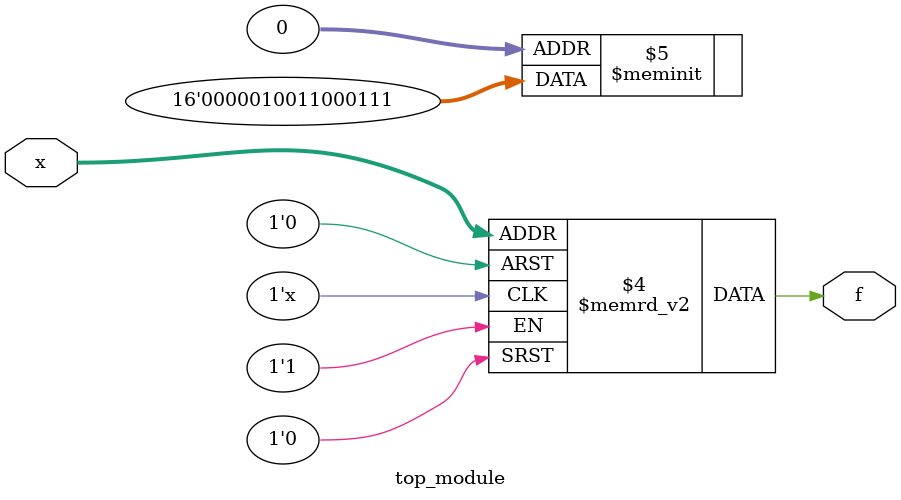
<source format=sv>
module top_module (
    input [4:1] x,
    output logic f
);

always_comb begin
    case (x[4:1])
        4'b0000: f = 1'b1;
        4'b0001: f = 1'b1;
        4'b0011: f = 1'b0;
        4'b0010: f = 1'b1;
        4'b0110: f = 1'b1;
        4'b0111: f = 1'b1;
        4'b1011: f = 1'b0;
        4'b1010: f = 1'b1;
        default: f = 1'b0;
    endcase
end

endmodule

</source>
